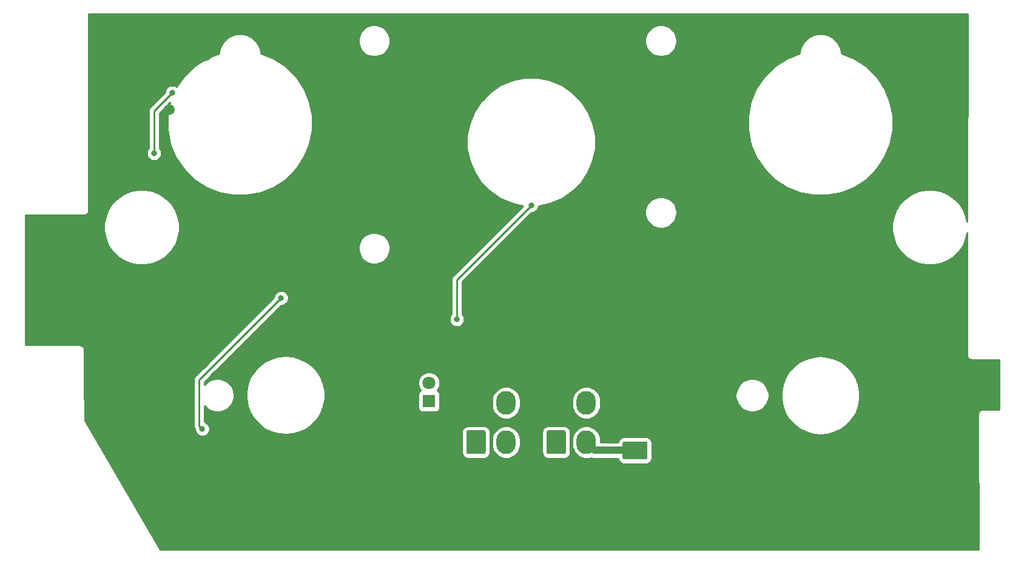
<source format=gbr>
G04 #@! TF.GenerationSoftware,KiCad,Pcbnew,(5.1.6)-1*
G04 #@! TF.CreationDate,2021-02-10T23:01:55+11:00*
G04 #@! TF.ProjectId,SNSR Panel PCB V2,534e5352-2050-4616-9e65-6c2050434220,rev?*
G04 #@! TF.SameCoordinates,Original*
G04 #@! TF.FileFunction,Copper,L2,Bot*
G04 #@! TF.FilePolarity,Positive*
%FSLAX46Y46*%
G04 Gerber Fmt 4.6, Leading zero omitted, Abs format (unit mm)*
G04 Created by KiCad (PCBNEW (5.1.6)-1) date 2021-02-10 23:01:55*
%MOMM*%
%LPD*%
G01*
G04 APERTURE LIST*
G04 #@! TA.AperFunction,ComponentPad*
%ADD10O,2.700000X3.300000*%
G04 #@! TD*
G04 #@! TA.AperFunction,ComponentPad*
%ADD11C,1.800000*%
G04 #@! TD*
G04 #@! TA.AperFunction,ComponentPad*
%ADD12R,1.800000X1.800000*%
G04 #@! TD*
G04 #@! TA.AperFunction,ViaPad*
%ADD13C,1.500000*%
G04 #@! TD*
G04 #@! TA.AperFunction,ViaPad*
%ADD14C,0.800000*%
G04 #@! TD*
G04 #@! TA.AperFunction,Conductor*
%ADD15C,1.000000*%
G04 #@! TD*
G04 #@! TA.AperFunction,Conductor*
%ADD16C,0.250000*%
G04 #@! TD*
G04 #@! TA.AperFunction,Conductor*
%ADD17C,0.254000*%
G04 #@! TD*
G04 APERTURE END LIST*
D10*
G04 #@! TO.P,J2,4*
G04 #@! TO.N,/DATAOUT*
X148400000Y-104600000D03*
G04 #@! TO.P,J2,3*
G04 #@! TO.N,/LEDGND*
X144200000Y-104600000D03*
G04 #@! TO.P,J2,2*
G04 #@! TO.N,/LED+5V*
X148400000Y-110100000D03*
G04 #@! TO.P,J2,1*
G04 #@! TA.AperFunction,ComponentPad*
G36*
G01*
X142850000Y-111499999D02*
X142850000Y-108700001D01*
G75*
G02*
X143100001Y-108450000I250001J0D01*
G01*
X145299999Y-108450000D01*
G75*
G02*
X145550000Y-108700001I0J-250001D01*
G01*
X145550000Y-111499999D01*
G75*
G02*
X145299999Y-111750000I-250001J0D01*
G01*
X143100001Y-111750000D01*
G75*
G02*
X142850000Y-111499999I0J250001D01*
G01*
G37*
G04 #@! TD.AperFunction*
G04 #@! TD*
G04 #@! TO.P,J1,4*
G04 #@! TO.N,/DATAIN*
X159600000Y-104600000D03*
G04 #@! TO.P,J1,3*
G04 #@! TO.N,/LEDGND*
X155400000Y-104600000D03*
G04 #@! TO.P,J1,2*
G04 #@! TO.N,/LED+5V*
X159600000Y-110100000D03*
G04 #@! TO.P,J1,1*
G04 #@! TA.AperFunction,ComponentPad*
G36*
G01*
X154050000Y-111499999D02*
X154050000Y-108700001D01*
G75*
G02*
X154300001Y-108450000I250001J0D01*
G01*
X156499999Y-108450000D01*
G75*
G02*
X156750000Y-108700001I0J-250001D01*
G01*
X156750000Y-111499999D01*
G75*
G02*
X156499999Y-111750000I-250001J0D01*
G01*
X154300001Y-111750000D01*
G75*
G02*
X154050000Y-111499999I0J250001D01*
G01*
G37*
G04 #@! TD.AperFunction*
G04 #@! TD*
D11*
G04 #@! TO.P,D1,2*
G04 #@! TO.N,/LED+5V*
X137650000Y-101810000D03*
D12*
G04 #@! TO.P,D1,1*
G04 #@! TO.N,Net-(D1-Pad1)*
X137650000Y-104350000D03*
G04 #@! TD*
G04 #@! TO.P,C1,2*
G04 #@! TO.N,/LEDGND*
G04 #@! TA.AperFunction,SMDPad,CuDef*
G36*
G01*
X171150000Y-112250000D02*
X171150000Y-110250000D01*
G75*
G02*
X171400000Y-110000000I250000J0D01*
G01*
X174400000Y-110000000D01*
G75*
G02*
X174650000Y-110250000I0J-250000D01*
G01*
X174650000Y-112250000D01*
G75*
G02*
X174400000Y-112500000I-250000J0D01*
G01*
X171400000Y-112500000D01*
G75*
G02*
X171150000Y-112250000I0J250000D01*
G01*
G37*
G04 #@! TD.AperFunction*
G04 #@! TO.P,C1,1*
G04 #@! TO.N,/LED+5V*
G04 #@! TA.AperFunction,SMDPad,CuDef*
G36*
G01*
X164650000Y-112250000D02*
X164650000Y-110250000D01*
G75*
G02*
X164900000Y-110000000I250000J0D01*
G01*
X167900000Y-110000000D01*
G75*
G02*
X168150000Y-110250000I0J-250000D01*
G01*
X168150000Y-112250000D01*
G75*
G02*
X167900000Y-112500000I-250000J0D01*
G01*
X164900000Y-112500000D01*
G75*
G02*
X164650000Y-112250000I0J250000D01*
G01*
G37*
G04 #@! TD.AperFunction*
G04 #@! TD*
D13*
G04 #@! TO.N,/LEDGND*
X191094700Y-85742200D03*
X110265800Y-92741300D03*
X98512600Y-91374300D03*
X141286200Y-107008200D03*
X214150000Y-104600000D03*
X172400000Y-108650000D03*
X180050000Y-108200000D03*
X178300000Y-122650000D03*
X185400000Y-118100000D03*
X197600000Y-121550000D03*
X197350000Y-115300000D03*
X204800000Y-121650000D03*
X211800000Y-121800000D03*
X205450000Y-113000000D03*
X208400000Y-108450000D03*
X205750000Y-97750000D03*
X197600000Y-92250000D03*
X210100000Y-91500000D03*
X186500000Y-93100000D03*
X199750000Y-88300000D03*
X186450000Y-87400000D03*
X178450000Y-87500000D03*
X197700000Y-78350000D03*
X207950000Y-66600000D03*
X208100000Y-56950000D03*
X201200000Y-57000000D03*
X181300000Y-66300000D03*
X182100000Y-74900000D03*
X170900000Y-87500000D03*
X169950000Y-96150000D03*
X157150000Y-79150000D03*
X164200000Y-72800000D03*
X160750000Y-58300000D03*
X144850000Y-61850000D03*
X141850000Y-68800000D03*
X144638000Y-77562500D03*
X137550000Y-77700000D03*
X111950000Y-97200000D03*
X97250000Y-108850000D03*
X104200000Y-108850000D03*
X119450000Y-95400000D03*
X127550000Y-95550000D03*
X136050000Y-95550000D03*
X148400000Y-94150000D03*
X122800000Y-86250000D03*
X126150000Y-81100000D03*
X117550000Y-81150000D03*
X126800000Y-66750000D03*
X121900000Y-56050000D03*
X104150000Y-74600000D03*
X97150000Y-72150000D03*
X90700000Y-82900000D03*
X90700000Y-89250000D03*
X90750000Y-95600000D03*
X182399500Y-58600500D03*
X101400000Y-63650000D03*
X106492200Y-56057800D03*
X111875000Y-111500000D03*
D14*
G04 #@! TO.N,Net-(D6-Pad2)*
X99263000Y-69713000D03*
X101800000Y-61250000D03*
G04 #@! TO.N,Net-(D19-Pad2)*
X117000000Y-89950000D03*
X106000000Y-108250000D03*
G04 #@! TO.N,Net-(D23-Pad2)*
X141514300Y-92935700D03*
X151900000Y-77000000D03*
G04 #@! TD*
D15*
G04 #@! TO.N,/LEDGND*
X172900000Y-109150000D02*
X172400000Y-108650000D01*
X172900000Y-111250000D02*
X172900000Y-109150000D01*
G04 #@! TO.N,/LED+5V*
X160750000Y-111250000D02*
X159600000Y-110100000D01*
X166400000Y-111250000D02*
X160750000Y-111250000D01*
D16*
G04 #@! TO.N,Net-(D6-Pad2)*
X99263000Y-69713000D02*
X99263000Y-63787000D01*
X99263000Y-63787000D02*
X101800000Y-61250000D01*
X101800000Y-61250000D02*
X101800000Y-61250000D01*
G04 #@! TO.N,Net-(D19-Pad2)*
X106800000Y-100150000D02*
X110825001Y-96124999D01*
X110825001Y-96124999D02*
X117000000Y-89950000D01*
X117000000Y-89950000D02*
X117000000Y-89950000D01*
X106800000Y-100150000D02*
X105550000Y-101400000D01*
X105550000Y-101400000D02*
X105550000Y-107800000D01*
X105550000Y-107800000D02*
X106000000Y-108250000D01*
X106000000Y-108250000D02*
X106000000Y-108250000D01*
G04 #@! TO.N,Net-(D23-Pad2)*
X141514300Y-92935700D02*
X141514300Y-87385700D01*
X141514300Y-87385700D02*
X151900000Y-77000000D01*
X151900000Y-77000000D02*
X151900000Y-77000000D01*
G04 #@! TD*
D17*
G04 #@! TO.N,/LEDGND*
G36*
X212754742Y-79313838D02*
G01*
X212597466Y-78523158D01*
X212199675Y-77562805D01*
X211622171Y-76698511D01*
X210887149Y-75963489D01*
X210022855Y-75385985D01*
X209062502Y-74988194D01*
X208042997Y-74785402D01*
X207003519Y-74785402D01*
X205984014Y-74988194D01*
X205023661Y-75385985D01*
X204159367Y-75963489D01*
X203424345Y-76698511D01*
X202846841Y-77562805D01*
X202449050Y-78523158D01*
X202246258Y-79542663D01*
X202246258Y-80582141D01*
X202449050Y-81601646D01*
X202846841Y-82561999D01*
X203424345Y-83426293D01*
X204159367Y-84161315D01*
X205023661Y-84738819D01*
X205984014Y-85136610D01*
X207003519Y-85339402D01*
X208042997Y-85339402D01*
X209062502Y-85136610D01*
X210022855Y-84738819D01*
X210887149Y-84161315D01*
X211622171Y-83426293D01*
X212199675Y-82561999D01*
X212597466Y-81601646D01*
X212752362Y-80822932D01*
X212725451Y-97884058D01*
X212722207Y-97917000D01*
X212728553Y-97981430D01*
X212734747Y-98045356D01*
X212734898Y-98045857D01*
X212734950Y-98046383D01*
X212753772Y-98108429D01*
X212772291Y-98169826D01*
X212772537Y-98170287D01*
X212772690Y-98170793D01*
X212803293Y-98228048D01*
X212833395Y-98284579D01*
X212833725Y-98284983D01*
X212833975Y-98285450D01*
X212875165Y-98335639D01*
X212915713Y-98385207D01*
X212916117Y-98385539D01*
X212916452Y-98385948D01*
X212966528Y-98427045D01*
X213016081Y-98467843D01*
X213016543Y-98468091D01*
X213016950Y-98468425D01*
X213074146Y-98498997D01*
X213130641Y-98529308D01*
X213131139Y-98529460D01*
X213131607Y-98529710D01*
X213193692Y-98548544D01*
X213254992Y-98567245D01*
X213255513Y-98567297D01*
X213256017Y-98567450D01*
X213320294Y-98573781D01*
X213384354Y-98580192D01*
X213417295Y-98577000D01*
X217215001Y-98577000D01*
X217215000Y-105512000D01*
X214966788Y-105512000D01*
X214933942Y-105508808D01*
X214870219Y-105515168D01*
X214805417Y-105521550D01*
X214805000Y-105521677D01*
X214804575Y-105521719D01*
X214743462Y-105540344D01*
X214681007Y-105559290D01*
X214680623Y-105559495D01*
X214680214Y-105559620D01*
X214623836Y-105589848D01*
X214566350Y-105620575D01*
X214566014Y-105620851D01*
X214565637Y-105621053D01*
X214516065Y-105661843D01*
X214465852Y-105703052D01*
X214465578Y-105703386D01*
X214465245Y-105703660D01*
X214424592Y-105753327D01*
X214383375Y-105803550D01*
X214383169Y-105803935D01*
X214382899Y-105804265D01*
X214352744Y-105860858D01*
X214322090Y-105918207D01*
X214321964Y-105918621D01*
X214321762Y-105919001D01*
X214303142Y-105980669D01*
X214284350Y-106042617D01*
X214284308Y-106043047D01*
X214284183Y-106043460D01*
X214277962Y-106107471D01*
X214271607Y-106172000D01*
X214274842Y-106204850D01*
X214299345Y-125122248D01*
X100099649Y-125095489D01*
X89584949Y-107059687D01*
X89570658Y-101400000D01*
X104786324Y-101400000D01*
X104790000Y-101437323D01*
X104790001Y-107762668D01*
X104786324Y-107800000D01*
X104790001Y-107837333D01*
X104800998Y-107948986D01*
X104804823Y-107961595D01*
X104844454Y-108092246D01*
X104915026Y-108224276D01*
X104965000Y-108285169D01*
X104965000Y-108351939D01*
X105004774Y-108551898D01*
X105082795Y-108740256D01*
X105196063Y-108909774D01*
X105340226Y-109053937D01*
X105509744Y-109167205D01*
X105698102Y-109245226D01*
X105898061Y-109285000D01*
X106101939Y-109285000D01*
X106301898Y-109245226D01*
X106490256Y-109167205D01*
X106659774Y-109053937D01*
X106803937Y-108909774D01*
X106917205Y-108740256D01*
X106995226Y-108551898D01*
X107035000Y-108351939D01*
X107035000Y-108148061D01*
X106995226Y-107948102D01*
X106917205Y-107759744D01*
X106803937Y-107590226D01*
X106659774Y-107446063D01*
X106490256Y-107332795D01*
X106310000Y-107258130D01*
X106310000Y-105030985D01*
X106622193Y-105343178D01*
X107004013Y-105598302D01*
X107428267Y-105774034D01*
X107878654Y-105863621D01*
X108337864Y-105863621D01*
X108788251Y-105774034D01*
X109212505Y-105598302D01*
X109594325Y-105343178D01*
X109919035Y-105018468D01*
X110174159Y-104636648D01*
X110349891Y-104212394D01*
X110439478Y-103762007D01*
X110439478Y-103302797D01*
X110383886Y-103023311D01*
X112139296Y-103023311D01*
X112139296Y-104041493D01*
X112326386Y-105042338D01*
X112694196Y-105991763D01*
X113230199Y-106857439D01*
X113916143Y-107609884D01*
X114728670Y-108223475D01*
X115640108Y-108677318D01*
X116619421Y-108955956D01*
X117633259Y-109049902D01*
X118647097Y-108955956D01*
X119546687Y-108700001D01*
X142211928Y-108700001D01*
X142211928Y-111499999D01*
X142228992Y-111673253D01*
X142279529Y-111839850D01*
X142361595Y-111993386D01*
X142472039Y-112127961D01*
X142606614Y-112238405D01*
X142760150Y-112320471D01*
X142926747Y-112371008D01*
X143100001Y-112388072D01*
X145299999Y-112388072D01*
X145473253Y-112371008D01*
X145639850Y-112320471D01*
X145793386Y-112238405D01*
X145927961Y-112127961D01*
X146038405Y-111993386D01*
X146120471Y-111839850D01*
X146171008Y-111673253D01*
X146188072Y-111499999D01*
X146188072Y-109702491D01*
X146415000Y-109702491D01*
X146415000Y-110497510D01*
X146443722Y-110789128D01*
X146557226Y-111163302D01*
X146741547Y-111508143D01*
X146989603Y-111810398D01*
X147291858Y-112058453D01*
X147636699Y-112242774D01*
X148010873Y-112356278D01*
X148400000Y-112394604D01*
X148789128Y-112356278D01*
X149163302Y-112242774D01*
X149508143Y-112058453D01*
X149810398Y-111810398D01*
X150058453Y-111508143D01*
X150242774Y-111163302D01*
X150356278Y-110789127D01*
X150385000Y-110497509D01*
X150385000Y-109702490D01*
X150356278Y-109410872D01*
X150242774Y-109036698D01*
X150062807Y-108700001D01*
X153411928Y-108700001D01*
X153411928Y-111499999D01*
X153428992Y-111673253D01*
X153479529Y-111839850D01*
X153561595Y-111993386D01*
X153672039Y-112127961D01*
X153806614Y-112238405D01*
X153960150Y-112320471D01*
X154126747Y-112371008D01*
X154300001Y-112388072D01*
X156499999Y-112388072D01*
X156673253Y-112371008D01*
X156839850Y-112320471D01*
X156993386Y-112238405D01*
X157127961Y-112127961D01*
X157238405Y-111993386D01*
X157320471Y-111839850D01*
X157371008Y-111673253D01*
X157388072Y-111499999D01*
X157388072Y-109702491D01*
X157615000Y-109702491D01*
X157615000Y-110497510D01*
X157643722Y-110789128D01*
X157757226Y-111163302D01*
X157941547Y-111508143D01*
X158189603Y-111810398D01*
X158491858Y-112058453D01*
X158836699Y-112242774D01*
X159210873Y-112356278D01*
X159600000Y-112394604D01*
X159989128Y-112356278D01*
X160258876Y-112274451D01*
X160313553Y-112303676D01*
X160527501Y-112368577D01*
X160750000Y-112390491D01*
X160805752Y-112385000D01*
X164025224Y-112385000D01*
X164028992Y-112423254D01*
X164079528Y-112589850D01*
X164161595Y-112743386D01*
X164272038Y-112877962D01*
X164406614Y-112988405D01*
X164560150Y-113070472D01*
X164726746Y-113121008D01*
X164900000Y-113138072D01*
X167900000Y-113138072D01*
X168073254Y-113121008D01*
X168239850Y-113070472D01*
X168393386Y-112988405D01*
X168527962Y-112877962D01*
X168638405Y-112743386D01*
X168720472Y-112589850D01*
X168771008Y-112423254D01*
X168788072Y-112250000D01*
X168788072Y-110250000D01*
X168771008Y-110076746D01*
X168720472Y-109910150D01*
X168638405Y-109756614D01*
X168527962Y-109622038D01*
X168393386Y-109511595D01*
X168239850Y-109429528D01*
X168073254Y-109378992D01*
X167900000Y-109361928D01*
X164900000Y-109361928D01*
X164726746Y-109378992D01*
X164560150Y-109429528D01*
X164406614Y-109511595D01*
X164272038Y-109622038D01*
X164161595Y-109756614D01*
X164079528Y-109910150D01*
X164028992Y-110076746D01*
X164025224Y-110115000D01*
X161585000Y-110115000D01*
X161585000Y-109702490D01*
X161556278Y-109410872D01*
X161442774Y-109036698D01*
X161258453Y-108691857D01*
X161010398Y-108389602D01*
X160708143Y-108141547D01*
X160363301Y-107957226D01*
X159989127Y-107843722D01*
X159600000Y-107805396D01*
X159210872Y-107843722D01*
X158836698Y-107957226D01*
X158491857Y-108141547D01*
X158189602Y-108389602D01*
X157941547Y-108691857D01*
X157757226Y-109036699D01*
X157643722Y-109410873D01*
X157615000Y-109702491D01*
X157388072Y-109702491D01*
X157388072Y-108700001D01*
X157371008Y-108526747D01*
X157320471Y-108360150D01*
X157238405Y-108206614D01*
X157127961Y-108072039D01*
X156993386Y-107961595D01*
X156839850Y-107879529D01*
X156673253Y-107828992D01*
X156499999Y-107811928D01*
X154300001Y-107811928D01*
X154126747Y-107828992D01*
X153960150Y-107879529D01*
X153806614Y-107961595D01*
X153672039Y-108072039D01*
X153561595Y-108206614D01*
X153479529Y-108360150D01*
X153428992Y-108526747D01*
X153411928Y-108700001D01*
X150062807Y-108700001D01*
X150058453Y-108691857D01*
X149810398Y-108389602D01*
X149508143Y-108141547D01*
X149163301Y-107957226D01*
X148789127Y-107843722D01*
X148400000Y-107805396D01*
X148010872Y-107843722D01*
X147636698Y-107957226D01*
X147291857Y-108141547D01*
X146989602Y-108389602D01*
X146741547Y-108691857D01*
X146557226Y-109036699D01*
X146443722Y-109410873D01*
X146415000Y-109702491D01*
X146188072Y-109702491D01*
X146188072Y-108700001D01*
X146171008Y-108526747D01*
X146120471Y-108360150D01*
X146038405Y-108206614D01*
X145927961Y-108072039D01*
X145793386Y-107961595D01*
X145639850Y-107879529D01*
X145473253Y-107828992D01*
X145299999Y-107811928D01*
X143100001Y-107811928D01*
X142926747Y-107828992D01*
X142760150Y-107879529D01*
X142606614Y-107961595D01*
X142472039Y-108072039D01*
X142361595Y-108206614D01*
X142279529Y-108360150D01*
X142228992Y-108526747D01*
X142211928Y-108700001D01*
X119546687Y-108700001D01*
X119626410Y-108677318D01*
X120537848Y-108223475D01*
X121350375Y-107609884D01*
X122036319Y-106857439D01*
X122572322Y-105991763D01*
X122940132Y-105042338D01*
X123127222Y-104041493D01*
X123127222Y-103450000D01*
X136111928Y-103450000D01*
X136111928Y-105250000D01*
X136124188Y-105374482D01*
X136160498Y-105494180D01*
X136219463Y-105604494D01*
X136298815Y-105701185D01*
X136395506Y-105780537D01*
X136505820Y-105839502D01*
X136625518Y-105875812D01*
X136750000Y-105888072D01*
X138550000Y-105888072D01*
X138674482Y-105875812D01*
X138794180Y-105839502D01*
X138904494Y-105780537D01*
X139001185Y-105701185D01*
X139080537Y-105604494D01*
X139139502Y-105494180D01*
X139175812Y-105374482D01*
X139188072Y-105250000D01*
X139188072Y-104202491D01*
X146415000Y-104202491D01*
X146415000Y-104997510D01*
X146443722Y-105289128D01*
X146557226Y-105663302D01*
X146741547Y-106008143D01*
X146989603Y-106310398D01*
X147291858Y-106558453D01*
X147636699Y-106742774D01*
X148010873Y-106856278D01*
X148400000Y-106894604D01*
X148789128Y-106856278D01*
X149163302Y-106742774D01*
X149508143Y-106558453D01*
X149810398Y-106310398D01*
X150058453Y-106008143D01*
X150242774Y-105663302D01*
X150356278Y-105289127D01*
X150385000Y-104997509D01*
X150385000Y-104202491D01*
X157615000Y-104202491D01*
X157615000Y-104997510D01*
X157643722Y-105289128D01*
X157757226Y-105663302D01*
X157941547Y-106008143D01*
X158189603Y-106310398D01*
X158491858Y-106558453D01*
X158836699Y-106742774D01*
X159210873Y-106856278D01*
X159600000Y-106894604D01*
X159989128Y-106856278D01*
X160363302Y-106742774D01*
X160708143Y-106558453D01*
X161010398Y-106310398D01*
X161258453Y-106008143D01*
X161442774Y-105663302D01*
X161556278Y-105289127D01*
X161585000Y-104997509D01*
X161585000Y-104202490D01*
X161556278Y-103910872D01*
X161442774Y-103536698D01*
X161331115Y-103327797D01*
X180427040Y-103327797D01*
X180427040Y-103787007D01*
X180516627Y-104237394D01*
X180692359Y-104661648D01*
X180947483Y-105043468D01*
X181272193Y-105368178D01*
X181654013Y-105623302D01*
X182078267Y-105799034D01*
X182528654Y-105888621D01*
X182987864Y-105888621D01*
X183438251Y-105799034D01*
X183862505Y-105623302D01*
X184244325Y-105368178D01*
X184569035Y-105043468D01*
X184824159Y-104661648D01*
X184999891Y-104237394D01*
X185089478Y-103787007D01*
X185089478Y-103327797D01*
X185033886Y-103048311D01*
X186789296Y-103048311D01*
X186789296Y-104066493D01*
X186976386Y-105067338D01*
X187344196Y-106016763D01*
X187880199Y-106882439D01*
X188566143Y-107634884D01*
X189378670Y-108248475D01*
X190290108Y-108702318D01*
X191269421Y-108980956D01*
X192283259Y-109074902D01*
X193297097Y-108980956D01*
X194276410Y-108702318D01*
X195187848Y-108248475D01*
X196000375Y-107634884D01*
X196686319Y-106882439D01*
X197222322Y-106016763D01*
X197590132Y-105067338D01*
X197777222Y-104066493D01*
X197777222Y-103048311D01*
X197590132Y-102047466D01*
X197222322Y-101098041D01*
X196686319Y-100232365D01*
X196000375Y-99479920D01*
X195187848Y-98866329D01*
X194276410Y-98412486D01*
X193297097Y-98133848D01*
X192283259Y-98039902D01*
X191269421Y-98133848D01*
X190290108Y-98412486D01*
X189378670Y-98866329D01*
X188566143Y-99479920D01*
X187880199Y-100232365D01*
X187344196Y-101098041D01*
X186976386Y-102047466D01*
X186789296Y-103048311D01*
X185033886Y-103048311D01*
X184999891Y-102877410D01*
X184824159Y-102453156D01*
X184569035Y-102071336D01*
X184244325Y-101746626D01*
X183862505Y-101491502D01*
X183438251Y-101315770D01*
X182987864Y-101226183D01*
X182528654Y-101226183D01*
X182078267Y-101315770D01*
X181654013Y-101491502D01*
X181272193Y-101746626D01*
X180947483Y-102071336D01*
X180692359Y-102453156D01*
X180516627Y-102877410D01*
X180427040Y-103327797D01*
X161331115Y-103327797D01*
X161258453Y-103191857D01*
X161010398Y-102889602D01*
X160708143Y-102641547D01*
X160363301Y-102457226D01*
X159989127Y-102343722D01*
X159600000Y-102305396D01*
X159210872Y-102343722D01*
X158836698Y-102457226D01*
X158491857Y-102641547D01*
X158189602Y-102889602D01*
X157941547Y-103191857D01*
X157757226Y-103536699D01*
X157643722Y-103910873D01*
X157615000Y-104202491D01*
X150385000Y-104202491D01*
X150385000Y-104202490D01*
X150356278Y-103910872D01*
X150242774Y-103536698D01*
X150058453Y-103191857D01*
X149810398Y-102889602D01*
X149508143Y-102641547D01*
X149163301Y-102457226D01*
X148789127Y-102343722D01*
X148400000Y-102305396D01*
X148010872Y-102343722D01*
X147636698Y-102457226D01*
X147291857Y-102641547D01*
X146989602Y-102889602D01*
X146741547Y-103191857D01*
X146557226Y-103536699D01*
X146443722Y-103910873D01*
X146415000Y-104202491D01*
X139188072Y-104202491D01*
X139188072Y-103450000D01*
X139175812Y-103325518D01*
X139139502Y-103205820D01*
X139080537Y-103095506D01*
X139001185Y-102998815D01*
X138904494Y-102919463D01*
X138794180Y-102860498D01*
X138775873Y-102854944D01*
X138842312Y-102788505D01*
X139010299Y-102537095D01*
X139126011Y-102257743D01*
X139185000Y-101961184D01*
X139185000Y-101658816D01*
X139126011Y-101362257D01*
X139010299Y-101082905D01*
X138842312Y-100831495D01*
X138628505Y-100617688D01*
X138377095Y-100449701D01*
X138097743Y-100333989D01*
X137801184Y-100275000D01*
X137498816Y-100275000D01*
X137202257Y-100333989D01*
X136922905Y-100449701D01*
X136671495Y-100617688D01*
X136457688Y-100831495D01*
X136289701Y-101082905D01*
X136173989Y-101362257D01*
X136115000Y-101658816D01*
X136115000Y-101961184D01*
X136173989Y-102257743D01*
X136289701Y-102537095D01*
X136457688Y-102788505D01*
X136524127Y-102854944D01*
X136505820Y-102860498D01*
X136395506Y-102919463D01*
X136298815Y-102998815D01*
X136219463Y-103095506D01*
X136160498Y-103205820D01*
X136124188Y-103325518D01*
X136111928Y-103450000D01*
X123127222Y-103450000D01*
X123127222Y-103023311D01*
X122940132Y-102022466D01*
X122572322Y-101073041D01*
X122036319Y-100207365D01*
X121350375Y-99454920D01*
X120537848Y-98841329D01*
X119626410Y-98387486D01*
X118647097Y-98108848D01*
X117633259Y-98014902D01*
X116619421Y-98108848D01*
X115640108Y-98387486D01*
X114728670Y-98841329D01*
X113916143Y-99454920D01*
X113230199Y-100207365D01*
X112694196Y-101073041D01*
X112326386Y-102022466D01*
X112139296Y-103023311D01*
X110383886Y-103023311D01*
X110349891Y-102852410D01*
X110174159Y-102428156D01*
X109919035Y-102046336D01*
X109594325Y-101721626D01*
X109212505Y-101466502D01*
X108788251Y-101290770D01*
X108337864Y-101201183D01*
X107878654Y-101201183D01*
X107428267Y-101290770D01*
X107004013Y-101466502D01*
X106622193Y-101721626D01*
X106310000Y-102033819D01*
X106310000Y-101714801D01*
X107363799Y-100661003D01*
X107363804Y-100660997D01*
X111388800Y-96636002D01*
X111388805Y-96635996D01*
X115191040Y-92833761D01*
X140479300Y-92833761D01*
X140479300Y-93037639D01*
X140519074Y-93237598D01*
X140597095Y-93425956D01*
X140710363Y-93595474D01*
X140854526Y-93739637D01*
X141024044Y-93852905D01*
X141212402Y-93930926D01*
X141412361Y-93970700D01*
X141616239Y-93970700D01*
X141816198Y-93930926D01*
X142004556Y-93852905D01*
X142174074Y-93739637D01*
X142318237Y-93595474D01*
X142431505Y-93425956D01*
X142509526Y-93237598D01*
X142549300Y-93037639D01*
X142549300Y-92833761D01*
X142509526Y-92633802D01*
X142431505Y-92445444D01*
X142318237Y-92275926D01*
X142274300Y-92231989D01*
X142274300Y-87700501D01*
X151939802Y-78035000D01*
X152001939Y-78035000D01*
X152201898Y-77995226D01*
X152390256Y-77917205D01*
X152559774Y-77803937D01*
X152582289Y-77781422D01*
X167780738Y-77781422D01*
X167780738Y-78218578D01*
X167866023Y-78647335D01*
X168033316Y-79051215D01*
X168276187Y-79414697D01*
X168585303Y-79723813D01*
X168948785Y-79966684D01*
X169352665Y-80133977D01*
X169781422Y-80219262D01*
X170218578Y-80219262D01*
X170647335Y-80133977D01*
X171051215Y-79966684D01*
X171414697Y-79723813D01*
X171723813Y-79414697D01*
X171966684Y-79051215D01*
X172133977Y-78647335D01*
X172219262Y-78218578D01*
X172219262Y-77781422D01*
X172133977Y-77352665D01*
X171966684Y-76948785D01*
X171723813Y-76585303D01*
X171414697Y-76276187D01*
X171051215Y-76033316D01*
X170647335Y-75866023D01*
X170218578Y-75780738D01*
X169781422Y-75780738D01*
X169352665Y-75866023D01*
X168948785Y-76033316D01*
X168585303Y-76276187D01*
X168276187Y-76585303D01*
X168033316Y-76948785D01*
X167866023Y-77352665D01*
X167780738Y-77781422D01*
X152582289Y-77781422D01*
X152703937Y-77659774D01*
X152817205Y-77490256D01*
X152895226Y-77301898D01*
X152935000Y-77101939D01*
X152935000Y-77070852D01*
X154515753Y-76756421D01*
X156149463Y-76079716D01*
X157619763Y-75097293D01*
X158870150Y-73846906D01*
X159852573Y-72376606D01*
X160529278Y-70742896D01*
X160874259Y-69008559D01*
X160874259Y-67240245D01*
X160529278Y-65505908D01*
X160096041Y-64459980D01*
X182156259Y-64459980D01*
X182156259Y-66454824D01*
X182545434Y-68411339D01*
X183308828Y-70254335D01*
X184417105Y-71912988D01*
X185827673Y-73323556D01*
X187486326Y-74431833D01*
X189329322Y-75195227D01*
X191285837Y-75584402D01*
X193280681Y-75584402D01*
X195237196Y-75195227D01*
X197080192Y-74431833D01*
X198738845Y-73323556D01*
X200149413Y-71912988D01*
X201257690Y-70254335D01*
X202021084Y-68411339D01*
X202410259Y-66454824D01*
X202410259Y-64459980D01*
X202021084Y-62503465D01*
X201257690Y-60660469D01*
X200149413Y-59001816D01*
X198738845Y-57591248D01*
X197080192Y-56482971D01*
X195237196Y-55719577D01*
X195196259Y-55711434D01*
X195196259Y-55645497D01*
X195084314Y-55082711D01*
X194864726Y-54552579D01*
X194545934Y-54075473D01*
X194140188Y-53669727D01*
X193663082Y-53350935D01*
X193132950Y-53131347D01*
X192570164Y-53019402D01*
X191996354Y-53019402D01*
X191433568Y-53131347D01*
X190903436Y-53350935D01*
X190426330Y-53669727D01*
X190020584Y-54075473D01*
X189701792Y-54552579D01*
X189482204Y-55082711D01*
X189370259Y-55645497D01*
X189370259Y-55711434D01*
X189329322Y-55719577D01*
X187486326Y-56482971D01*
X185827673Y-57591248D01*
X184417105Y-59001816D01*
X183308828Y-60660469D01*
X182545434Y-62503465D01*
X182156259Y-64459980D01*
X160096041Y-64459980D01*
X159852573Y-63872198D01*
X158870150Y-62401898D01*
X157619763Y-61151511D01*
X156149463Y-60169088D01*
X154515753Y-59492383D01*
X152781416Y-59147402D01*
X151013102Y-59147402D01*
X149278765Y-59492383D01*
X147645055Y-60169088D01*
X146174755Y-61151511D01*
X144924368Y-62401898D01*
X143941945Y-63872198D01*
X143265240Y-65505908D01*
X142920259Y-67240245D01*
X142920259Y-69008559D01*
X143265240Y-70742896D01*
X143941945Y-72376606D01*
X144924368Y-73846906D01*
X146174755Y-75097293D01*
X147645055Y-76079716D01*
X149278765Y-76756421D01*
X150771795Y-77053403D01*
X141003298Y-86821901D01*
X140974300Y-86845699D01*
X140950502Y-86874697D01*
X140950501Y-86874698D01*
X140879326Y-86961424D01*
X140808754Y-87093454D01*
X140765298Y-87236715D01*
X140750624Y-87385700D01*
X140754301Y-87423032D01*
X140754300Y-92231989D01*
X140710363Y-92275926D01*
X140597095Y-92445444D01*
X140519074Y-92633802D01*
X140479300Y-92833761D01*
X115191040Y-92833761D01*
X117039802Y-90985000D01*
X117101939Y-90985000D01*
X117301898Y-90945226D01*
X117490256Y-90867205D01*
X117659774Y-90753937D01*
X117803937Y-90609774D01*
X117917205Y-90440256D01*
X117995226Y-90251898D01*
X118035000Y-90051939D01*
X118035000Y-89848061D01*
X117995226Y-89648102D01*
X117917205Y-89459744D01*
X117803937Y-89290226D01*
X117659774Y-89146063D01*
X117490256Y-89032795D01*
X117301898Y-88954774D01*
X117101939Y-88915000D01*
X116898061Y-88915000D01*
X116698102Y-88954774D01*
X116509744Y-89032795D01*
X116340226Y-89146063D01*
X116196063Y-89290226D01*
X116082795Y-89459744D01*
X116004774Y-89648102D01*
X115965000Y-89848061D01*
X115965000Y-89910198D01*
X110314004Y-95561195D01*
X110313998Y-95561200D01*
X106289003Y-99586196D01*
X106288997Y-99586201D01*
X105039003Y-100836196D01*
X105009999Y-100859999D01*
X104965948Y-100913676D01*
X104915026Y-100975724D01*
X104863009Y-101073041D01*
X104844454Y-101107754D01*
X104800997Y-101251015D01*
X104790000Y-101362668D01*
X104790000Y-101362678D01*
X104786324Y-101400000D01*
X89570658Y-101400000D01*
X89560082Y-97211988D01*
X89563193Y-97180400D01*
X89559918Y-97147149D01*
X89559916Y-97146315D01*
X89556746Y-97114940D01*
X89550450Y-97051017D01*
X89550205Y-97050211D01*
X89550121Y-97049375D01*
X89531367Y-96988108D01*
X89512710Y-96926607D01*
X89512313Y-96925864D01*
X89512067Y-96925061D01*
X89481788Y-96868755D01*
X89451425Y-96811950D01*
X89450888Y-96811296D01*
X89450492Y-96810559D01*
X89409846Y-96761287D01*
X89368948Y-96711452D01*
X89368295Y-96710916D01*
X89367762Y-96710270D01*
X89318282Y-96669871D01*
X89268450Y-96628975D01*
X89267705Y-96628577D01*
X89267056Y-96628047D01*
X89210736Y-96598127D01*
X89153793Y-96567690D01*
X89152982Y-96567444D01*
X89152244Y-96567052D01*
X89091137Y-96548683D01*
X89029383Y-96529950D01*
X89028542Y-96529867D01*
X89027740Y-96529626D01*
X88964140Y-96523524D01*
X88932419Y-96520400D01*
X88931576Y-96520400D01*
X88898326Y-96517210D01*
X88866753Y-96520400D01*
X81305000Y-96520400D01*
X81305000Y-79542663D01*
X92264259Y-79542663D01*
X92264259Y-80582141D01*
X92467051Y-81601646D01*
X92864842Y-82561999D01*
X93442346Y-83426293D01*
X94177368Y-84161315D01*
X95041662Y-84738819D01*
X96002015Y-85136610D01*
X97021520Y-85339402D01*
X98060998Y-85339402D01*
X99080503Y-85136610D01*
X100040856Y-84738819D01*
X100905150Y-84161315D01*
X101640172Y-83426293D01*
X102071061Y-82781422D01*
X127780738Y-82781422D01*
X127780738Y-83218578D01*
X127866023Y-83647335D01*
X128033316Y-84051215D01*
X128276187Y-84414697D01*
X128585303Y-84723813D01*
X128948785Y-84966684D01*
X129352665Y-85133977D01*
X129781422Y-85219262D01*
X130218578Y-85219262D01*
X130647335Y-85133977D01*
X131051215Y-84966684D01*
X131414697Y-84723813D01*
X131723813Y-84414697D01*
X131966684Y-84051215D01*
X132133977Y-83647335D01*
X132219262Y-83218578D01*
X132219262Y-82781422D01*
X132133977Y-82352665D01*
X131966684Y-81948785D01*
X131723813Y-81585303D01*
X131414697Y-81276187D01*
X131051215Y-81033316D01*
X130647335Y-80866023D01*
X130218578Y-80780738D01*
X129781422Y-80780738D01*
X129352665Y-80866023D01*
X128948785Y-81033316D01*
X128585303Y-81276187D01*
X128276187Y-81585303D01*
X128033316Y-81948785D01*
X127866023Y-82352665D01*
X127780738Y-82781422D01*
X102071061Y-82781422D01*
X102217676Y-82561999D01*
X102615467Y-81601646D01*
X102818259Y-80582141D01*
X102818259Y-79542663D01*
X102615467Y-78523158D01*
X102217676Y-77562805D01*
X101640172Y-76698511D01*
X100905150Y-75963489D01*
X100040856Y-75385985D01*
X99080503Y-74988194D01*
X98060998Y-74785402D01*
X97021520Y-74785402D01*
X96002015Y-74988194D01*
X95041662Y-75385985D01*
X94177368Y-75963489D01*
X93442346Y-76698511D01*
X92864842Y-77562805D01*
X92467051Y-78523158D01*
X92264259Y-79542663D01*
X81305000Y-79542663D01*
X81305000Y-78335099D01*
X89450830Y-78358506D01*
X89484200Y-78361793D01*
X89548092Y-78355500D01*
X89611712Y-78349419D01*
X89612628Y-78349144D01*
X89613582Y-78349050D01*
X89675053Y-78330403D01*
X89736230Y-78312036D01*
X89737072Y-78311589D01*
X89737992Y-78311310D01*
X89794666Y-78281017D01*
X89851063Y-78251081D01*
X89851803Y-78250477D01*
X89852649Y-78250025D01*
X89902318Y-78209263D01*
X89951798Y-78168893D01*
X89952405Y-78168158D01*
X89953148Y-78167548D01*
X89993955Y-78117825D01*
X90034563Y-78068633D01*
X90035015Y-78067794D01*
X90035625Y-78067050D01*
X90066002Y-78010219D01*
X90096177Y-77954152D01*
X90096456Y-77953243D01*
X90096910Y-77952393D01*
X90115603Y-77890771D01*
X90134275Y-77829851D01*
X90134371Y-77828902D01*
X90134650Y-77827983D01*
X90140961Y-77763910D01*
X90147389Y-77700505D01*
X90144200Y-77667144D01*
X90144200Y-69611061D01*
X98228000Y-69611061D01*
X98228000Y-69814939D01*
X98267774Y-70014898D01*
X98345795Y-70203256D01*
X98459063Y-70372774D01*
X98603226Y-70516937D01*
X98772744Y-70630205D01*
X98961102Y-70708226D01*
X99161061Y-70748000D01*
X99364939Y-70748000D01*
X99564898Y-70708226D01*
X99753256Y-70630205D01*
X99922774Y-70516937D01*
X100066937Y-70372774D01*
X100180205Y-70203256D01*
X100258226Y-70014898D01*
X100298000Y-69814939D01*
X100298000Y-69611061D01*
X100258226Y-69411102D01*
X100180205Y-69222744D01*
X100066937Y-69053226D01*
X100023000Y-69009289D01*
X100023000Y-64101801D01*
X101494131Y-62630670D01*
X101130259Y-64459980D01*
X101130259Y-66454824D01*
X101519434Y-68411339D01*
X102282828Y-70254335D01*
X103391105Y-71912988D01*
X104801673Y-73323556D01*
X106460326Y-74431833D01*
X108303322Y-75195227D01*
X110259837Y-75584402D01*
X112254681Y-75584402D01*
X114211196Y-75195227D01*
X116054192Y-74431833D01*
X117712845Y-73323556D01*
X119123413Y-71912988D01*
X120231690Y-70254335D01*
X120995084Y-68411339D01*
X121384259Y-66454824D01*
X121384259Y-64459980D01*
X120995084Y-62503465D01*
X120231690Y-60660469D01*
X119123413Y-59001816D01*
X117712845Y-57591248D01*
X116054192Y-56482971D01*
X114211196Y-55719577D01*
X114170259Y-55711434D01*
X114170259Y-55645497D01*
X114058314Y-55082711D01*
X113838726Y-54552579D01*
X113519934Y-54075473D01*
X113225883Y-53781422D01*
X127780738Y-53781422D01*
X127780738Y-54218578D01*
X127866023Y-54647335D01*
X128033316Y-55051215D01*
X128276187Y-55414697D01*
X128585303Y-55723813D01*
X128948785Y-55966684D01*
X129352665Y-56133977D01*
X129781422Y-56219262D01*
X130218578Y-56219262D01*
X130647335Y-56133977D01*
X131051215Y-55966684D01*
X131414697Y-55723813D01*
X131723813Y-55414697D01*
X131966684Y-55051215D01*
X132133977Y-54647335D01*
X132219262Y-54218578D01*
X132219262Y-53781422D01*
X167780738Y-53781422D01*
X167780738Y-54218578D01*
X167866023Y-54647335D01*
X168033316Y-55051215D01*
X168276187Y-55414697D01*
X168585303Y-55723813D01*
X168948785Y-55966684D01*
X169352665Y-56133977D01*
X169781422Y-56219262D01*
X170218578Y-56219262D01*
X170647335Y-56133977D01*
X171051215Y-55966684D01*
X171414697Y-55723813D01*
X171723813Y-55414697D01*
X171966684Y-55051215D01*
X172133977Y-54647335D01*
X172219262Y-54218578D01*
X172219262Y-53781422D01*
X172133977Y-53352665D01*
X171966684Y-52948785D01*
X171723813Y-52585303D01*
X171414697Y-52276187D01*
X171051215Y-52033316D01*
X170647335Y-51866023D01*
X170218578Y-51780738D01*
X169781422Y-51780738D01*
X169352665Y-51866023D01*
X168948785Y-52033316D01*
X168585303Y-52276187D01*
X168276187Y-52585303D01*
X168033316Y-52948785D01*
X167866023Y-53352665D01*
X167780738Y-53781422D01*
X132219262Y-53781422D01*
X132133977Y-53352665D01*
X131966684Y-52948785D01*
X131723813Y-52585303D01*
X131414697Y-52276187D01*
X131051215Y-52033316D01*
X130647335Y-51866023D01*
X130218578Y-51780738D01*
X129781422Y-51780738D01*
X129352665Y-51866023D01*
X128948785Y-52033316D01*
X128585303Y-52276187D01*
X128276187Y-52585303D01*
X128033316Y-52948785D01*
X127866023Y-53352665D01*
X127780738Y-53781422D01*
X113225883Y-53781422D01*
X113114188Y-53669727D01*
X112637082Y-53350935D01*
X112106950Y-53131347D01*
X111544164Y-53019402D01*
X110970354Y-53019402D01*
X110407568Y-53131347D01*
X109877436Y-53350935D01*
X109400330Y-53669727D01*
X108994584Y-54075473D01*
X108675792Y-54552579D01*
X108456204Y-55082711D01*
X108344259Y-55645497D01*
X108344259Y-55711434D01*
X108303322Y-55719577D01*
X106460326Y-56482971D01*
X104801673Y-57591248D01*
X103391105Y-59001816D01*
X102436487Y-60430503D01*
X102290256Y-60332795D01*
X102101898Y-60254774D01*
X101901939Y-60215000D01*
X101698061Y-60215000D01*
X101498102Y-60254774D01*
X101309744Y-60332795D01*
X101140226Y-60446063D01*
X100996063Y-60590226D01*
X100882795Y-60759744D01*
X100804774Y-60948102D01*
X100765000Y-61148061D01*
X100765000Y-61210198D01*
X98751998Y-63223201D01*
X98723000Y-63246999D01*
X98699202Y-63275997D01*
X98699201Y-63275998D01*
X98628026Y-63362724D01*
X98557454Y-63494754D01*
X98513998Y-63638015D01*
X98499324Y-63787000D01*
X98503001Y-63824332D01*
X98503000Y-69009289D01*
X98459063Y-69053226D01*
X98345795Y-69222744D01*
X98267774Y-69411102D01*
X98228000Y-69611061D01*
X90144200Y-69611061D01*
X90144200Y-50266200D01*
X212800558Y-50266200D01*
X212754742Y-79313838D01*
G37*
X212754742Y-79313838D02*
X212597466Y-78523158D01*
X212199675Y-77562805D01*
X211622171Y-76698511D01*
X210887149Y-75963489D01*
X210022855Y-75385985D01*
X209062502Y-74988194D01*
X208042997Y-74785402D01*
X207003519Y-74785402D01*
X205984014Y-74988194D01*
X205023661Y-75385985D01*
X204159367Y-75963489D01*
X203424345Y-76698511D01*
X202846841Y-77562805D01*
X202449050Y-78523158D01*
X202246258Y-79542663D01*
X202246258Y-80582141D01*
X202449050Y-81601646D01*
X202846841Y-82561999D01*
X203424345Y-83426293D01*
X204159367Y-84161315D01*
X205023661Y-84738819D01*
X205984014Y-85136610D01*
X207003519Y-85339402D01*
X208042997Y-85339402D01*
X209062502Y-85136610D01*
X210022855Y-84738819D01*
X210887149Y-84161315D01*
X211622171Y-83426293D01*
X212199675Y-82561999D01*
X212597466Y-81601646D01*
X212752362Y-80822932D01*
X212725451Y-97884058D01*
X212722207Y-97917000D01*
X212728553Y-97981430D01*
X212734747Y-98045356D01*
X212734898Y-98045857D01*
X212734950Y-98046383D01*
X212753772Y-98108429D01*
X212772291Y-98169826D01*
X212772537Y-98170287D01*
X212772690Y-98170793D01*
X212803293Y-98228048D01*
X212833395Y-98284579D01*
X212833725Y-98284983D01*
X212833975Y-98285450D01*
X212875165Y-98335639D01*
X212915713Y-98385207D01*
X212916117Y-98385539D01*
X212916452Y-98385948D01*
X212966528Y-98427045D01*
X213016081Y-98467843D01*
X213016543Y-98468091D01*
X213016950Y-98468425D01*
X213074146Y-98498997D01*
X213130641Y-98529308D01*
X213131139Y-98529460D01*
X213131607Y-98529710D01*
X213193692Y-98548544D01*
X213254992Y-98567245D01*
X213255513Y-98567297D01*
X213256017Y-98567450D01*
X213320294Y-98573781D01*
X213384354Y-98580192D01*
X213417295Y-98577000D01*
X217215001Y-98577000D01*
X217215000Y-105512000D01*
X214966788Y-105512000D01*
X214933942Y-105508808D01*
X214870219Y-105515168D01*
X214805417Y-105521550D01*
X214805000Y-105521677D01*
X214804575Y-105521719D01*
X214743462Y-105540344D01*
X214681007Y-105559290D01*
X214680623Y-105559495D01*
X214680214Y-105559620D01*
X214623836Y-105589848D01*
X214566350Y-105620575D01*
X214566014Y-105620851D01*
X214565637Y-105621053D01*
X214516065Y-105661843D01*
X214465852Y-105703052D01*
X214465578Y-105703386D01*
X214465245Y-105703660D01*
X214424592Y-105753327D01*
X214383375Y-105803550D01*
X214383169Y-105803935D01*
X214382899Y-105804265D01*
X214352744Y-105860858D01*
X214322090Y-105918207D01*
X214321964Y-105918621D01*
X214321762Y-105919001D01*
X214303142Y-105980669D01*
X214284350Y-106042617D01*
X214284308Y-106043047D01*
X214284183Y-106043460D01*
X214277962Y-106107471D01*
X214271607Y-106172000D01*
X214274842Y-106204850D01*
X214299345Y-125122248D01*
X100099649Y-125095489D01*
X89584949Y-107059687D01*
X89570658Y-101400000D01*
X104786324Y-101400000D01*
X104790000Y-101437323D01*
X104790001Y-107762668D01*
X104786324Y-107800000D01*
X104790001Y-107837333D01*
X104800998Y-107948986D01*
X104804823Y-107961595D01*
X104844454Y-108092246D01*
X104915026Y-108224276D01*
X104965000Y-108285169D01*
X104965000Y-108351939D01*
X105004774Y-108551898D01*
X105082795Y-108740256D01*
X105196063Y-108909774D01*
X105340226Y-109053937D01*
X105509744Y-109167205D01*
X105698102Y-109245226D01*
X105898061Y-109285000D01*
X106101939Y-109285000D01*
X106301898Y-109245226D01*
X106490256Y-109167205D01*
X106659774Y-109053937D01*
X106803937Y-108909774D01*
X106917205Y-108740256D01*
X106995226Y-108551898D01*
X107035000Y-108351939D01*
X107035000Y-108148061D01*
X106995226Y-107948102D01*
X106917205Y-107759744D01*
X106803937Y-107590226D01*
X106659774Y-107446063D01*
X106490256Y-107332795D01*
X106310000Y-107258130D01*
X106310000Y-105030985D01*
X106622193Y-105343178D01*
X107004013Y-105598302D01*
X107428267Y-105774034D01*
X107878654Y-105863621D01*
X108337864Y-105863621D01*
X108788251Y-105774034D01*
X109212505Y-105598302D01*
X109594325Y-105343178D01*
X109919035Y-105018468D01*
X110174159Y-104636648D01*
X110349891Y-104212394D01*
X110439478Y-103762007D01*
X110439478Y-103302797D01*
X110383886Y-103023311D01*
X112139296Y-103023311D01*
X112139296Y-104041493D01*
X112326386Y-105042338D01*
X112694196Y-105991763D01*
X113230199Y-106857439D01*
X113916143Y-107609884D01*
X114728670Y-108223475D01*
X115640108Y-108677318D01*
X116619421Y-108955956D01*
X117633259Y-109049902D01*
X118647097Y-108955956D01*
X119546687Y-108700001D01*
X142211928Y-108700001D01*
X142211928Y-111499999D01*
X142228992Y-111673253D01*
X142279529Y-111839850D01*
X142361595Y-111993386D01*
X142472039Y-112127961D01*
X142606614Y-112238405D01*
X142760150Y-112320471D01*
X142926747Y-112371008D01*
X143100001Y-112388072D01*
X145299999Y-112388072D01*
X145473253Y-112371008D01*
X145639850Y-112320471D01*
X145793386Y-112238405D01*
X145927961Y-112127961D01*
X146038405Y-111993386D01*
X146120471Y-111839850D01*
X146171008Y-111673253D01*
X146188072Y-111499999D01*
X146188072Y-109702491D01*
X146415000Y-109702491D01*
X146415000Y-110497510D01*
X146443722Y-110789128D01*
X146557226Y-111163302D01*
X146741547Y-111508143D01*
X146989603Y-111810398D01*
X147291858Y-112058453D01*
X147636699Y-112242774D01*
X148010873Y-112356278D01*
X148400000Y-112394604D01*
X148789128Y-112356278D01*
X149163302Y-112242774D01*
X149508143Y-112058453D01*
X149810398Y-111810398D01*
X150058453Y-111508143D01*
X150242774Y-111163302D01*
X150356278Y-110789127D01*
X150385000Y-110497509D01*
X150385000Y-109702490D01*
X150356278Y-109410872D01*
X150242774Y-109036698D01*
X150062807Y-108700001D01*
X153411928Y-108700001D01*
X153411928Y-111499999D01*
X153428992Y-111673253D01*
X153479529Y-111839850D01*
X153561595Y-111993386D01*
X153672039Y-112127961D01*
X153806614Y-112238405D01*
X153960150Y-112320471D01*
X154126747Y-112371008D01*
X154300001Y-112388072D01*
X156499999Y-112388072D01*
X156673253Y-112371008D01*
X156839850Y-112320471D01*
X156993386Y-112238405D01*
X157127961Y-112127961D01*
X157238405Y-111993386D01*
X157320471Y-111839850D01*
X157371008Y-111673253D01*
X157388072Y-111499999D01*
X157388072Y-109702491D01*
X157615000Y-109702491D01*
X157615000Y-110497510D01*
X157643722Y-110789128D01*
X157757226Y-111163302D01*
X157941547Y-111508143D01*
X158189603Y-111810398D01*
X158491858Y-112058453D01*
X158836699Y-112242774D01*
X159210873Y-112356278D01*
X159600000Y-112394604D01*
X159989128Y-112356278D01*
X160258876Y-112274451D01*
X160313553Y-112303676D01*
X160527501Y-112368577D01*
X160750000Y-112390491D01*
X160805752Y-112385000D01*
X164025224Y-112385000D01*
X164028992Y-112423254D01*
X164079528Y-112589850D01*
X164161595Y-112743386D01*
X164272038Y-112877962D01*
X164406614Y-112988405D01*
X164560150Y-113070472D01*
X164726746Y-113121008D01*
X164900000Y-113138072D01*
X167900000Y-113138072D01*
X168073254Y-113121008D01*
X168239850Y-113070472D01*
X168393386Y-112988405D01*
X168527962Y-112877962D01*
X168638405Y-112743386D01*
X168720472Y-112589850D01*
X168771008Y-112423254D01*
X168788072Y-112250000D01*
X168788072Y-110250000D01*
X168771008Y-110076746D01*
X168720472Y-109910150D01*
X168638405Y-109756614D01*
X168527962Y-109622038D01*
X168393386Y-109511595D01*
X168239850Y-109429528D01*
X168073254Y-109378992D01*
X167900000Y-109361928D01*
X164900000Y-109361928D01*
X164726746Y-109378992D01*
X164560150Y-109429528D01*
X164406614Y-109511595D01*
X164272038Y-109622038D01*
X164161595Y-109756614D01*
X164079528Y-109910150D01*
X164028992Y-110076746D01*
X164025224Y-110115000D01*
X161585000Y-110115000D01*
X161585000Y-109702490D01*
X161556278Y-109410872D01*
X161442774Y-109036698D01*
X161258453Y-108691857D01*
X161010398Y-108389602D01*
X160708143Y-108141547D01*
X160363301Y-107957226D01*
X159989127Y-107843722D01*
X159600000Y-107805396D01*
X159210872Y-107843722D01*
X158836698Y-107957226D01*
X158491857Y-108141547D01*
X158189602Y-108389602D01*
X157941547Y-108691857D01*
X157757226Y-109036699D01*
X157643722Y-109410873D01*
X157615000Y-109702491D01*
X157388072Y-109702491D01*
X157388072Y-108700001D01*
X157371008Y-108526747D01*
X157320471Y-108360150D01*
X157238405Y-108206614D01*
X157127961Y-108072039D01*
X156993386Y-107961595D01*
X156839850Y-107879529D01*
X156673253Y-107828992D01*
X156499999Y-107811928D01*
X154300001Y-107811928D01*
X154126747Y-107828992D01*
X153960150Y-107879529D01*
X153806614Y-107961595D01*
X153672039Y-108072039D01*
X153561595Y-108206614D01*
X153479529Y-108360150D01*
X153428992Y-108526747D01*
X153411928Y-108700001D01*
X150062807Y-108700001D01*
X150058453Y-108691857D01*
X149810398Y-108389602D01*
X149508143Y-108141547D01*
X149163301Y-107957226D01*
X148789127Y-107843722D01*
X148400000Y-107805396D01*
X148010872Y-107843722D01*
X147636698Y-107957226D01*
X147291857Y-108141547D01*
X146989602Y-108389602D01*
X146741547Y-108691857D01*
X146557226Y-109036699D01*
X146443722Y-109410873D01*
X146415000Y-109702491D01*
X146188072Y-109702491D01*
X146188072Y-108700001D01*
X146171008Y-108526747D01*
X146120471Y-108360150D01*
X146038405Y-108206614D01*
X145927961Y-108072039D01*
X145793386Y-107961595D01*
X145639850Y-107879529D01*
X145473253Y-107828992D01*
X145299999Y-107811928D01*
X143100001Y-107811928D01*
X142926747Y-107828992D01*
X142760150Y-107879529D01*
X142606614Y-107961595D01*
X142472039Y-108072039D01*
X142361595Y-108206614D01*
X142279529Y-108360150D01*
X142228992Y-108526747D01*
X142211928Y-108700001D01*
X119546687Y-108700001D01*
X119626410Y-108677318D01*
X120537848Y-108223475D01*
X121350375Y-107609884D01*
X122036319Y-106857439D01*
X122572322Y-105991763D01*
X122940132Y-105042338D01*
X123127222Y-104041493D01*
X123127222Y-103450000D01*
X136111928Y-103450000D01*
X136111928Y-105250000D01*
X136124188Y-105374482D01*
X136160498Y-105494180D01*
X136219463Y-105604494D01*
X136298815Y-105701185D01*
X136395506Y-105780537D01*
X136505820Y-105839502D01*
X136625518Y-105875812D01*
X136750000Y-105888072D01*
X138550000Y-105888072D01*
X138674482Y-105875812D01*
X138794180Y-105839502D01*
X138904494Y-105780537D01*
X139001185Y-105701185D01*
X139080537Y-105604494D01*
X139139502Y-105494180D01*
X139175812Y-105374482D01*
X139188072Y-105250000D01*
X139188072Y-104202491D01*
X146415000Y-104202491D01*
X146415000Y-104997510D01*
X146443722Y-105289128D01*
X146557226Y-105663302D01*
X146741547Y-106008143D01*
X146989603Y-106310398D01*
X147291858Y-106558453D01*
X147636699Y-106742774D01*
X148010873Y-106856278D01*
X148400000Y-106894604D01*
X148789128Y-106856278D01*
X149163302Y-106742774D01*
X149508143Y-106558453D01*
X149810398Y-106310398D01*
X150058453Y-106008143D01*
X150242774Y-105663302D01*
X150356278Y-105289127D01*
X150385000Y-104997509D01*
X150385000Y-104202491D01*
X157615000Y-104202491D01*
X157615000Y-104997510D01*
X157643722Y-105289128D01*
X157757226Y-105663302D01*
X157941547Y-106008143D01*
X158189603Y-106310398D01*
X158491858Y-106558453D01*
X158836699Y-106742774D01*
X159210873Y-106856278D01*
X159600000Y-106894604D01*
X159989128Y-106856278D01*
X160363302Y-106742774D01*
X160708143Y-106558453D01*
X161010398Y-106310398D01*
X161258453Y-106008143D01*
X161442774Y-105663302D01*
X161556278Y-105289127D01*
X161585000Y-104997509D01*
X161585000Y-104202490D01*
X161556278Y-103910872D01*
X161442774Y-103536698D01*
X161331115Y-103327797D01*
X180427040Y-103327797D01*
X180427040Y-103787007D01*
X180516627Y-104237394D01*
X180692359Y-104661648D01*
X180947483Y-105043468D01*
X181272193Y-105368178D01*
X181654013Y-105623302D01*
X182078267Y-105799034D01*
X182528654Y-105888621D01*
X182987864Y-105888621D01*
X183438251Y-105799034D01*
X183862505Y-105623302D01*
X184244325Y-105368178D01*
X184569035Y-105043468D01*
X184824159Y-104661648D01*
X184999891Y-104237394D01*
X185089478Y-103787007D01*
X185089478Y-103327797D01*
X185033886Y-103048311D01*
X186789296Y-103048311D01*
X186789296Y-104066493D01*
X186976386Y-105067338D01*
X187344196Y-106016763D01*
X187880199Y-106882439D01*
X188566143Y-107634884D01*
X189378670Y-108248475D01*
X190290108Y-108702318D01*
X191269421Y-108980956D01*
X192283259Y-109074902D01*
X193297097Y-108980956D01*
X194276410Y-108702318D01*
X195187848Y-108248475D01*
X196000375Y-107634884D01*
X196686319Y-106882439D01*
X197222322Y-106016763D01*
X197590132Y-105067338D01*
X197777222Y-104066493D01*
X197777222Y-103048311D01*
X197590132Y-102047466D01*
X197222322Y-101098041D01*
X196686319Y-100232365D01*
X196000375Y-99479920D01*
X195187848Y-98866329D01*
X194276410Y-98412486D01*
X193297097Y-98133848D01*
X192283259Y-98039902D01*
X191269421Y-98133848D01*
X190290108Y-98412486D01*
X189378670Y-98866329D01*
X188566143Y-99479920D01*
X187880199Y-100232365D01*
X187344196Y-101098041D01*
X186976386Y-102047466D01*
X186789296Y-103048311D01*
X185033886Y-103048311D01*
X184999891Y-102877410D01*
X184824159Y-102453156D01*
X184569035Y-102071336D01*
X184244325Y-101746626D01*
X183862505Y-101491502D01*
X183438251Y-101315770D01*
X182987864Y-101226183D01*
X182528654Y-101226183D01*
X182078267Y-101315770D01*
X181654013Y-101491502D01*
X181272193Y-101746626D01*
X180947483Y-102071336D01*
X180692359Y-102453156D01*
X180516627Y-102877410D01*
X180427040Y-103327797D01*
X161331115Y-103327797D01*
X161258453Y-103191857D01*
X161010398Y-102889602D01*
X160708143Y-102641547D01*
X160363301Y-102457226D01*
X159989127Y-102343722D01*
X159600000Y-102305396D01*
X159210872Y-102343722D01*
X158836698Y-102457226D01*
X158491857Y-102641547D01*
X158189602Y-102889602D01*
X157941547Y-103191857D01*
X157757226Y-103536699D01*
X157643722Y-103910873D01*
X157615000Y-104202491D01*
X150385000Y-104202491D01*
X150385000Y-104202490D01*
X150356278Y-103910872D01*
X150242774Y-103536698D01*
X150058453Y-103191857D01*
X149810398Y-102889602D01*
X149508143Y-102641547D01*
X149163301Y-102457226D01*
X148789127Y-102343722D01*
X148400000Y-102305396D01*
X148010872Y-102343722D01*
X147636698Y-102457226D01*
X147291857Y-102641547D01*
X146989602Y-102889602D01*
X146741547Y-103191857D01*
X146557226Y-103536699D01*
X146443722Y-103910873D01*
X146415000Y-104202491D01*
X139188072Y-104202491D01*
X139188072Y-103450000D01*
X139175812Y-103325518D01*
X139139502Y-103205820D01*
X139080537Y-103095506D01*
X139001185Y-102998815D01*
X138904494Y-102919463D01*
X138794180Y-102860498D01*
X138775873Y-102854944D01*
X138842312Y-102788505D01*
X139010299Y-102537095D01*
X139126011Y-102257743D01*
X139185000Y-101961184D01*
X139185000Y-101658816D01*
X139126011Y-101362257D01*
X139010299Y-101082905D01*
X138842312Y-100831495D01*
X138628505Y-100617688D01*
X138377095Y-100449701D01*
X138097743Y-100333989D01*
X137801184Y-100275000D01*
X137498816Y-100275000D01*
X137202257Y-100333989D01*
X136922905Y-100449701D01*
X136671495Y-100617688D01*
X136457688Y-100831495D01*
X136289701Y-101082905D01*
X136173989Y-101362257D01*
X136115000Y-101658816D01*
X136115000Y-101961184D01*
X136173989Y-102257743D01*
X136289701Y-102537095D01*
X136457688Y-102788505D01*
X136524127Y-102854944D01*
X136505820Y-102860498D01*
X136395506Y-102919463D01*
X136298815Y-102998815D01*
X136219463Y-103095506D01*
X136160498Y-103205820D01*
X136124188Y-103325518D01*
X136111928Y-103450000D01*
X123127222Y-103450000D01*
X123127222Y-103023311D01*
X122940132Y-102022466D01*
X122572322Y-101073041D01*
X122036319Y-100207365D01*
X121350375Y-99454920D01*
X120537848Y-98841329D01*
X119626410Y-98387486D01*
X118647097Y-98108848D01*
X117633259Y-98014902D01*
X116619421Y-98108848D01*
X115640108Y-98387486D01*
X114728670Y-98841329D01*
X113916143Y-99454920D01*
X113230199Y-100207365D01*
X112694196Y-101073041D01*
X112326386Y-102022466D01*
X112139296Y-103023311D01*
X110383886Y-103023311D01*
X110349891Y-102852410D01*
X110174159Y-102428156D01*
X109919035Y-102046336D01*
X109594325Y-101721626D01*
X109212505Y-101466502D01*
X108788251Y-101290770D01*
X108337864Y-101201183D01*
X107878654Y-101201183D01*
X107428267Y-101290770D01*
X107004013Y-101466502D01*
X106622193Y-101721626D01*
X106310000Y-102033819D01*
X106310000Y-101714801D01*
X107363799Y-100661003D01*
X107363804Y-100660997D01*
X111388800Y-96636002D01*
X111388805Y-96635996D01*
X115191040Y-92833761D01*
X140479300Y-92833761D01*
X140479300Y-93037639D01*
X140519074Y-93237598D01*
X140597095Y-93425956D01*
X140710363Y-93595474D01*
X140854526Y-93739637D01*
X141024044Y-93852905D01*
X141212402Y-93930926D01*
X141412361Y-93970700D01*
X141616239Y-93970700D01*
X141816198Y-93930926D01*
X142004556Y-93852905D01*
X142174074Y-93739637D01*
X142318237Y-93595474D01*
X142431505Y-93425956D01*
X142509526Y-93237598D01*
X142549300Y-93037639D01*
X142549300Y-92833761D01*
X142509526Y-92633802D01*
X142431505Y-92445444D01*
X142318237Y-92275926D01*
X142274300Y-92231989D01*
X142274300Y-87700501D01*
X151939802Y-78035000D01*
X152001939Y-78035000D01*
X152201898Y-77995226D01*
X152390256Y-77917205D01*
X152559774Y-77803937D01*
X152582289Y-77781422D01*
X167780738Y-77781422D01*
X167780738Y-78218578D01*
X167866023Y-78647335D01*
X168033316Y-79051215D01*
X168276187Y-79414697D01*
X168585303Y-79723813D01*
X168948785Y-79966684D01*
X169352665Y-80133977D01*
X169781422Y-80219262D01*
X170218578Y-80219262D01*
X170647335Y-80133977D01*
X171051215Y-79966684D01*
X171414697Y-79723813D01*
X171723813Y-79414697D01*
X171966684Y-79051215D01*
X172133977Y-78647335D01*
X172219262Y-78218578D01*
X172219262Y-77781422D01*
X172133977Y-77352665D01*
X171966684Y-76948785D01*
X171723813Y-76585303D01*
X171414697Y-76276187D01*
X171051215Y-76033316D01*
X170647335Y-75866023D01*
X170218578Y-75780738D01*
X169781422Y-75780738D01*
X169352665Y-75866023D01*
X168948785Y-76033316D01*
X168585303Y-76276187D01*
X168276187Y-76585303D01*
X168033316Y-76948785D01*
X167866023Y-77352665D01*
X167780738Y-77781422D01*
X152582289Y-77781422D01*
X152703937Y-77659774D01*
X152817205Y-77490256D01*
X152895226Y-77301898D01*
X152935000Y-77101939D01*
X152935000Y-77070852D01*
X154515753Y-76756421D01*
X156149463Y-76079716D01*
X157619763Y-75097293D01*
X158870150Y-73846906D01*
X159852573Y-72376606D01*
X160529278Y-70742896D01*
X160874259Y-69008559D01*
X160874259Y-67240245D01*
X160529278Y-65505908D01*
X160096041Y-64459980D01*
X182156259Y-64459980D01*
X182156259Y-66454824D01*
X182545434Y-68411339D01*
X183308828Y-70254335D01*
X184417105Y-71912988D01*
X185827673Y-73323556D01*
X187486326Y-74431833D01*
X189329322Y-75195227D01*
X191285837Y-75584402D01*
X193280681Y-75584402D01*
X195237196Y-75195227D01*
X197080192Y-74431833D01*
X198738845Y-73323556D01*
X200149413Y-71912988D01*
X201257690Y-70254335D01*
X202021084Y-68411339D01*
X202410259Y-66454824D01*
X202410259Y-64459980D01*
X202021084Y-62503465D01*
X201257690Y-60660469D01*
X200149413Y-59001816D01*
X198738845Y-57591248D01*
X197080192Y-56482971D01*
X195237196Y-55719577D01*
X195196259Y-55711434D01*
X195196259Y-55645497D01*
X195084314Y-55082711D01*
X194864726Y-54552579D01*
X194545934Y-54075473D01*
X194140188Y-53669727D01*
X193663082Y-53350935D01*
X193132950Y-53131347D01*
X192570164Y-53019402D01*
X191996354Y-53019402D01*
X191433568Y-53131347D01*
X190903436Y-53350935D01*
X190426330Y-53669727D01*
X190020584Y-54075473D01*
X189701792Y-54552579D01*
X189482204Y-55082711D01*
X189370259Y-55645497D01*
X189370259Y-55711434D01*
X189329322Y-55719577D01*
X187486326Y-56482971D01*
X185827673Y-57591248D01*
X184417105Y-59001816D01*
X183308828Y-60660469D01*
X182545434Y-62503465D01*
X182156259Y-64459980D01*
X160096041Y-64459980D01*
X159852573Y-63872198D01*
X158870150Y-62401898D01*
X157619763Y-61151511D01*
X156149463Y-60169088D01*
X154515753Y-59492383D01*
X152781416Y-59147402D01*
X151013102Y-59147402D01*
X149278765Y-59492383D01*
X147645055Y-60169088D01*
X146174755Y-61151511D01*
X144924368Y-62401898D01*
X143941945Y-63872198D01*
X143265240Y-65505908D01*
X142920259Y-67240245D01*
X142920259Y-69008559D01*
X143265240Y-70742896D01*
X143941945Y-72376606D01*
X144924368Y-73846906D01*
X146174755Y-75097293D01*
X147645055Y-76079716D01*
X149278765Y-76756421D01*
X150771795Y-77053403D01*
X141003298Y-86821901D01*
X140974300Y-86845699D01*
X140950502Y-86874697D01*
X140950501Y-86874698D01*
X140879326Y-86961424D01*
X140808754Y-87093454D01*
X140765298Y-87236715D01*
X140750624Y-87385700D01*
X140754301Y-87423032D01*
X140754300Y-92231989D01*
X140710363Y-92275926D01*
X140597095Y-92445444D01*
X140519074Y-92633802D01*
X140479300Y-92833761D01*
X115191040Y-92833761D01*
X117039802Y-90985000D01*
X117101939Y-90985000D01*
X117301898Y-90945226D01*
X117490256Y-90867205D01*
X117659774Y-90753937D01*
X117803937Y-90609774D01*
X117917205Y-90440256D01*
X117995226Y-90251898D01*
X118035000Y-90051939D01*
X118035000Y-89848061D01*
X117995226Y-89648102D01*
X117917205Y-89459744D01*
X117803937Y-89290226D01*
X117659774Y-89146063D01*
X117490256Y-89032795D01*
X117301898Y-88954774D01*
X117101939Y-88915000D01*
X116898061Y-88915000D01*
X116698102Y-88954774D01*
X116509744Y-89032795D01*
X116340226Y-89146063D01*
X116196063Y-89290226D01*
X116082795Y-89459744D01*
X116004774Y-89648102D01*
X115965000Y-89848061D01*
X115965000Y-89910198D01*
X110314004Y-95561195D01*
X110313998Y-95561200D01*
X106289003Y-99586196D01*
X106288997Y-99586201D01*
X105039003Y-100836196D01*
X105009999Y-100859999D01*
X104965948Y-100913676D01*
X104915026Y-100975724D01*
X104863009Y-101073041D01*
X104844454Y-101107754D01*
X104800997Y-101251015D01*
X104790000Y-101362668D01*
X104790000Y-101362678D01*
X104786324Y-101400000D01*
X89570658Y-101400000D01*
X89560082Y-97211988D01*
X89563193Y-97180400D01*
X89559918Y-97147149D01*
X89559916Y-97146315D01*
X89556746Y-97114940D01*
X89550450Y-97051017D01*
X89550205Y-97050211D01*
X89550121Y-97049375D01*
X89531367Y-96988108D01*
X89512710Y-96926607D01*
X89512313Y-96925864D01*
X89512067Y-96925061D01*
X89481788Y-96868755D01*
X89451425Y-96811950D01*
X89450888Y-96811296D01*
X89450492Y-96810559D01*
X89409846Y-96761287D01*
X89368948Y-96711452D01*
X89368295Y-96710916D01*
X89367762Y-96710270D01*
X89318282Y-96669871D01*
X89268450Y-96628975D01*
X89267705Y-96628577D01*
X89267056Y-96628047D01*
X89210736Y-96598127D01*
X89153793Y-96567690D01*
X89152982Y-96567444D01*
X89152244Y-96567052D01*
X89091137Y-96548683D01*
X89029383Y-96529950D01*
X89028542Y-96529867D01*
X89027740Y-96529626D01*
X88964140Y-96523524D01*
X88932419Y-96520400D01*
X88931576Y-96520400D01*
X88898326Y-96517210D01*
X88866753Y-96520400D01*
X81305000Y-96520400D01*
X81305000Y-79542663D01*
X92264259Y-79542663D01*
X92264259Y-80582141D01*
X92467051Y-81601646D01*
X92864842Y-82561999D01*
X93442346Y-83426293D01*
X94177368Y-84161315D01*
X95041662Y-84738819D01*
X96002015Y-85136610D01*
X97021520Y-85339402D01*
X98060998Y-85339402D01*
X99080503Y-85136610D01*
X100040856Y-84738819D01*
X100905150Y-84161315D01*
X101640172Y-83426293D01*
X102071061Y-82781422D01*
X127780738Y-82781422D01*
X127780738Y-83218578D01*
X127866023Y-83647335D01*
X128033316Y-84051215D01*
X128276187Y-84414697D01*
X128585303Y-84723813D01*
X128948785Y-84966684D01*
X129352665Y-85133977D01*
X129781422Y-85219262D01*
X130218578Y-85219262D01*
X130647335Y-85133977D01*
X131051215Y-84966684D01*
X131414697Y-84723813D01*
X131723813Y-84414697D01*
X131966684Y-84051215D01*
X132133977Y-83647335D01*
X132219262Y-83218578D01*
X132219262Y-82781422D01*
X132133977Y-82352665D01*
X131966684Y-81948785D01*
X131723813Y-81585303D01*
X131414697Y-81276187D01*
X131051215Y-81033316D01*
X130647335Y-80866023D01*
X130218578Y-80780738D01*
X129781422Y-80780738D01*
X129352665Y-80866023D01*
X128948785Y-81033316D01*
X128585303Y-81276187D01*
X128276187Y-81585303D01*
X128033316Y-81948785D01*
X127866023Y-82352665D01*
X127780738Y-82781422D01*
X102071061Y-82781422D01*
X102217676Y-82561999D01*
X102615467Y-81601646D01*
X102818259Y-80582141D01*
X102818259Y-79542663D01*
X102615467Y-78523158D01*
X102217676Y-77562805D01*
X101640172Y-76698511D01*
X100905150Y-75963489D01*
X100040856Y-75385985D01*
X99080503Y-74988194D01*
X98060998Y-74785402D01*
X97021520Y-74785402D01*
X96002015Y-74988194D01*
X95041662Y-75385985D01*
X94177368Y-75963489D01*
X93442346Y-76698511D01*
X92864842Y-77562805D01*
X92467051Y-78523158D01*
X92264259Y-79542663D01*
X81305000Y-79542663D01*
X81305000Y-78335099D01*
X89450830Y-78358506D01*
X89484200Y-78361793D01*
X89548092Y-78355500D01*
X89611712Y-78349419D01*
X89612628Y-78349144D01*
X89613582Y-78349050D01*
X89675053Y-78330403D01*
X89736230Y-78312036D01*
X89737072Y-78311589D01*
X89737992Y-78311310D01*
X89794666Y-78281017D01*
X89851063Y-78251081D01*
X89851803Y-78250477D01*
X89852649Y-78250025D01*
X89902318Y-78209263D01*
X89951798Y-78168893D01*
X89952405Y-78168158D01*
X89953148Y-78167548D01*
X89993955Y-78117825D01*
X90034563Y-78068633D01*
X90035015Y-78067794D01*
X90035625Y-78067050D01*
X90066002Y-78010219D01*
X90096177Y-77954152D01*
X90096456Y-77953243D01*
X90096910Y-77952393D01*
X90115603Y-77890771D01*
X90134275Y-77829851D01*
X90134371Y-77828902D01*
X90134650Y-77827983D01*
X90140961Y-77763910D01*
X90147389Y-77700505D01*
X90144200Y-77667144D01*
X90144200Y-69611061D01*
X98228000Y-69611061D01*
X98228000Y-69814939D01*
X98267774Y-70014898D01*
X98345795Y-70203256D01*
X98459063Y-70372774D01*
X98603226Y-70516937D01*
X98772744Y-70630205D01*
X98961102Y-70708226D01*
X99161061Y-70748000D01*
X99364939Y-70748000D01*
X99564898Y-70708226D01*
X99753256Y-70630205D01*
X99922774Y-70516937D01*
X100066937Y-70372774D01*
X100180205Y-70203256D01*
X100258226Y-70014898D01*
X100298000Y-69814939D01*
X100298000Y-69611061D01*
X100258226Y-69411102D01*
X100180205Y-69222744D01*
X100066937Y-69053226D01*
X100023000Y-69009289D01*
X100023000Y-64101801D01*
X101494131Y-62630670D01*
X101130259Y-64459980D01*
X101130259Y-66454824D01*
X101519434Y-68411339D01*
X102282828Y-70254335D01*
X103391105Y-71912988D01*
X104801673Y-73323556D01*
X106460326Y-74431833D01*
X108303322Y-75195227D01*
X110259837Y-75584402D01*
X112254681Y-75584402D01*
X114211196Y-75195227D01*
X116054192Y-74431833D01*
X117712845Y-73323556D01*
X119123413Y-71912988D01*
X120231690Y-70254335D01*
X120995084Y-68411339D01*
X121384259Y-66454824D01*
X121384259Y-64459980D01*
X120995084Y-62503465D01*
X120231690Y-60660469D01*
X119123413Y-59001816D01*
X117712845Y-57591248D01*
X116054192Y-56482971D01*
X114211196Y-55719577D01*
X114170259Y-55711434D01*
X114170259Y-55645497D01*
X114058314Y-55082711D01*
X113838726Y-54552579D01*
X113519934Y-54075473D01*
X113225883Y-53781422D01*
X127780738Y-53781422D01*
X127780738Y-54218578D01*
X127866023Y-54647335D01*
X128033316Y-55051215D01*
X128276187Y-55414697D01*
X128585303Y-55723813D01*
X128948785Y-55966684D01*
X129352665Y-56133977D01*
X129781422Y-56219262D01*
X130218578Y-56219262D01*
X130647335Y-56133977D01*
X131051215Y-55966684D01*
X131414697Y-55723813D01*
X131723813Y-55414697D01*
X131966684Y-55051215D01*
X132133977Y-54647335D01*
X132219262Y-54218578D01*
X132219262Y-53781422D01*
X167780738Y-53781422D01*
X167780738Y-54218578D01*
X167866023Y-54647335D01*
X168033316Y-55051215D01*
X168276187Y-55414697D01*
X168585303Y-55723813D01*
X168948785Y-55966684D01*
X169352665Y-56133977D01*
X169781422Y-56219262D01*
X170218578Y-56219262D01*
X170647335Y-56133977D01*
X171051215Y-55966684D01*
X171414697Y-55723813D01*
X171723813Y-55414697D01*
X171966684Y-55051215D01*
X172133977Y-54647335D01*
X172219262Y-54218578D01*
X172219262Y-53781422D01*
X172133977Y-53352665D01*
X171966684Y-52948785D01*
X171723813Y-52585303D01*
X171414697Y-52276187D01*
X171051215Y-52033316D01*
X170647335Y-51866023D01*
X170218578Y-51780738D01*
X169781422Y-51780738D01*
X169352665Y-51866023D01*
X168948785Y-52033316D01*
X168585303Y-52276187D01*
X168276187Y-52585303D01*
X168033316Y-52948785D01*
X167866023Y-53352665D01*
X167780738Y-53781422D01*
X132219262Y-53781422D01*
X132133977Y-53352665D01*
X131966684Y-52948785D01*
X131723813Y-52585303D01*
X131414697Y-52276187D01*
X131051215Y-52033316D01*
X130647335Y-51866023D01*
X130218578Y-51780738D01*
X129781422Y-51780738D01*
X129352665Y-51866023D01*
X128948785Y-52033316D01*
X128585303Y-52276187D01*
X128276187Y-52585303D01*
X128033316Y-52948785D01*
X127866023Y-53352665D01*
X127780738Y-53781422D01*
X113225883Y-53781422D01*
X113114188Y-53669727D01*
X112637082Y-53350935D01*
X112106950Y-53131347D01*
X111544164Y-53019402D01*
X110970354Y-53019402D01*
X110407568Y-53131347D01*
X109877436Y-53350935D01*
X109400330Y-53669727D01*
X108994584Y-54075473D01*
X108675792Y-54552579D01*
X108456204Y-55082711D01*
X108344259Y-55645497D01*
X108344259Y-55711434D01*
X108303322Y-55719577D01*
X106460326Y-56482971D01*
X104801673Y-57591248D01*
X103391105Y-59001816D01*
X102436487Y-60430503D01*
X102290256Y-60332795D01*
X102101898Y-60254774D01*
X101901939Y-60215000D01*
X101698061Y-60215000D01*
X101498102Y-60254774D01*
X101309744Y-60332795D01*
X101140226Y-60446063D01*
X100996063Y-60590226D01*
X100882795Y-60759744D01*
X100804774Y-60948102D01*
X100765000Y-61148061D01*
X100765000Y-61210198D01*
X98751998Y-63223201D01*
X98723000Y-63246999D01*
X98699202Y-63275997D01*
X98699201Y-63275998D01*
X98628026Y-63362724D01*
X98557454Y-63494754D01*
X98513998Y-63638015D01*
X98499324Y-63787000D01*
X98503001Y-63824332D01*
X98503000Y-69009289D01*
X98459063Y-69053226D01*
X98345795Y-69222744D01*
X98267774Y-69411102D01*
X98228000Y-69611061D01*
X90144200Y-69611061D01*
X90144200Y-50266200D01*
X212800558Y-50266200D01*
X212754742Y-79313838D01*
G04 #@! TD*
M02*

</source>
